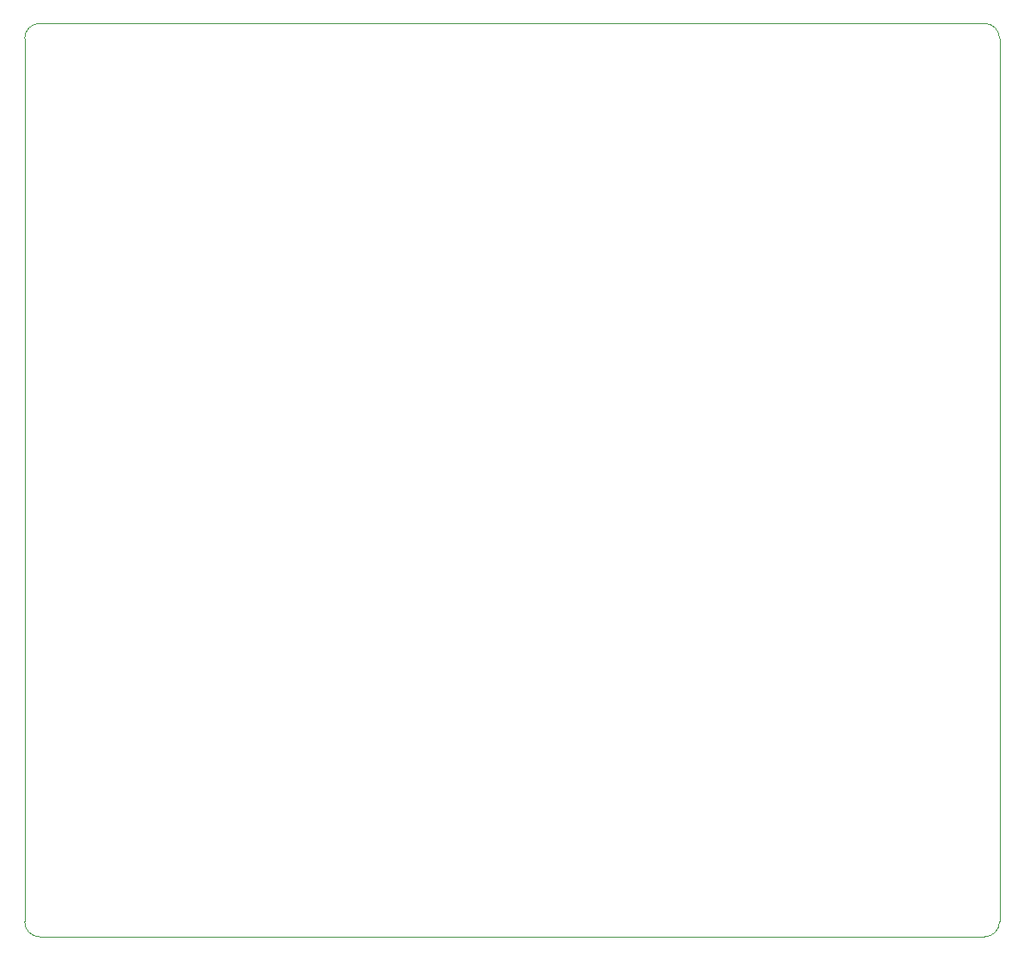
<source format=gbr>
%TF.GenerationSoftware,KiCad,Pcbnew,8.0.8*%
%TF.CreationDate,2025-03-29T17:39:48+01:00*%
%TF.ProjectId,eps,6570732e-6b69-4636-9164-5f7063625858,rev?*%
%TF.SameCoordinates,PX55d4a80PY8044ea0*%
%TF.FileFunction,Profile,NP*%
%FSLAX46Y46*%
G04 Gerber Fmt 4.6, Leading zero omitted, Abs format (unit mm)*
G04 Created by KiCad (PCBNEW 8.0.8) date 2025-03-29 17:39:48*
%MOMM*%
%LPD*%
G01*
G04 APERTURE LIST*
%TA.AperFunction,Profile*%
%ADD10C,0.050000*%
%TD*%
G04 APERTURE END LIST*
D10*
X0Y88500000D02*
G75*
G02*
X1500000Y90000000I1500000J0D01*
G01*
X0Y1500000D02*
X0Y88500000D01*
X94500000Y90000000D02*
G75*
G02*
X96000000Y88500000I0J-1500000D01*
G01*
X94500000Y0D02*
X1500000Y0D01*
X96000000Y1500000D02*
G75*
G02*
X94500000Y0I-1500000J0D01*
G01*
X96000000Y88500000D02*
X96000000Y1500000D01*
X1500000Y0D02*
G75*
G02*
X0Y1500000I0J1500000D01*
G01*
X1500000Y90000000D02*
X94500000Y90000000D01*
M02*

</source>
